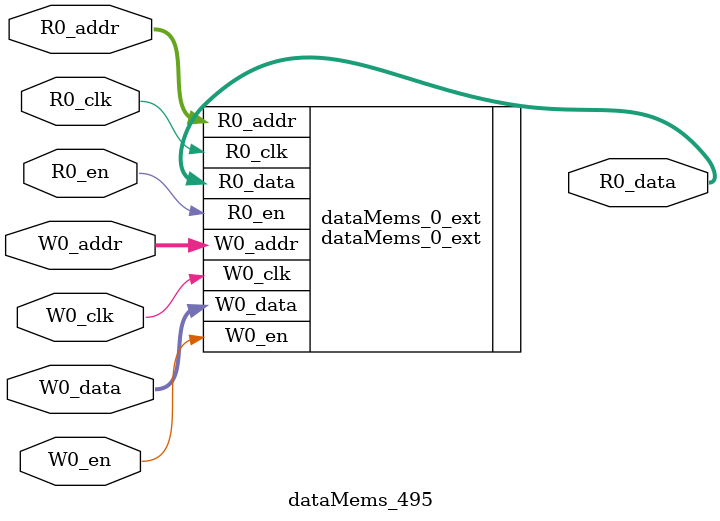
<source format=sv>
`ifndef RANDOMIZE
  `ifdef RANDOMIZE_REG_INIT
    `define RANDOMIZE
  `endif // RANDOMIZE_REG_INIT
`endif // not def RANDOMIZE
`ifndef RANDOMIZE
  `ifdef RANDOMIZE_MEM_INIT
    `define RANDOMIZE
  `endif // RANDOMIZE_MEM_INIT
`endif // not def RANDOMIZE

`ifndef RANDOM
  `define RANDOM $random
`endif // not def RANDOM

// Users can define 'PRINTF_COND' to add an extra gate to prints.
`ifndef PRINTF_COND_
  `ifdef PRINTF_COND
    `define PRINTF_COND_ (`PRINTF_COND)
  `else  // PRINTF_COND
    `define PRINTF_COND_ 1
  `endif // PRINTF_COND
`endif // not def PRINTF_COND_

// Users can define 'ASSERT_VERBOSE_COND' to add an extra gate to assert error printing.
`ifndef ASSERT_VERBOSE_COND_
  `ifdef ASSERT_VERBOSE_COND
    `define ASSERT_VERBOSE_COND_ (`ASSERT_VERBOSE_COND)
  `else  // ASSERT_VERBOSE_COND
    `define ASSERT_VERBOSE_COND_ 1
  `endif // ASSERT_VERBOSE_COND
`endif // not def ASSERT_VERBOSE_COND_

// Users can define 'STOP_COND' to add an extra gate to stop conditions.
`ifndef STOP_COND_
  `ifdef STOP_COND
    `define STOP_COND_ (`STOP_COND)
  `else  // STOP_COND
    `define STOP_COND_ 1
  `endif // STOP_COND
`endif // not def STOP_COND_

// Users can define INIT_RANDOM as general code that gets injected into the
// initializer block for modules with registers.
`ifndef INIT_RANDOM
  `define INIT_RANDOM
`endif // not def INIT_RANDOM

// If using random initialization, you can also define RANDOMIZE_DELAY to
// customize the delay used, otherwise 0.002 is used.
`ifndef RANDOMIZE_DELAY
  `define RANDOMIZE_DELAY 0.002
`endif // not def RANDOMIZE_DELAY

// Define INIT_RANDOM_PROLOG_ for use in our modules below.
`ifndef INIT_RANDOM_PROLOG_
  `ifdef RANDOMIZE
    `ifdef VERILATOR
      `define INIT_RANDOM_PROLOG_ `INIT_RANDOM
    `else  // VERILATOR
      `define INIT_RANDOM_PROLOG_ `INIT_RANDOM #`RANDOMIZE_DELAY begin end
    `endif // VERILATOR
  `else  // RANDOMIZE
    `define INIT_RANDOM_PROLOG_
  `endif // RANDOMIZE
`endif // not def INIT_RANDOM_PROLOG_

// Include register initializers in init blocks unless synthesis is set
`ifndef SYNTHESIS
  `ifndef ENABLE_INITIAL_REG_
    `define ENABLE_INITIAL_REG_
  `endif // not def ENABLE_INITIAL_REG_
`endif // not def SYNTHESIS

// Include rmemory initializers in init blocks unless synthesis is set
`ifndef SYNTHESIS
  `ifndef ENABLE_INITIAL_MEM_
    `define ENABLE_INITIAL_MEM_
  `endif // not def ENABLE_INITIAL_MEM_
`endif // not def SYNTHESIS

module dataMems_495(	// @[generators/ara/src/main/scala/UnsafeAXI4ToTL.scala:365:62]
  input  [4:0]  R0_addr,
  input         R0_en,
  input         R0_clk,
  output [66:0] R0_data,
  input  [4:0]  W0_addr,
  input         W0_en,
  input         W0_clk,
  input  [66:0] W0_data
);

  dataMems_0_ext dataMems_0_ext (	// @[generators/ara/src/main/scala/UnsafeAXI4ToTL.scala:365:62]
    .R0_addr (R0_addr),
    .R0_en   (R0_en),
    .R0_clk  (R0_clk),
    .R0_data (R0_data),
    .W0_addr (W0_addr),
    .W0_en   (W0_en),
    .W0_clk  (W0_clk),
    .W0_data (W0_data)
  );
endmodule


</source>
